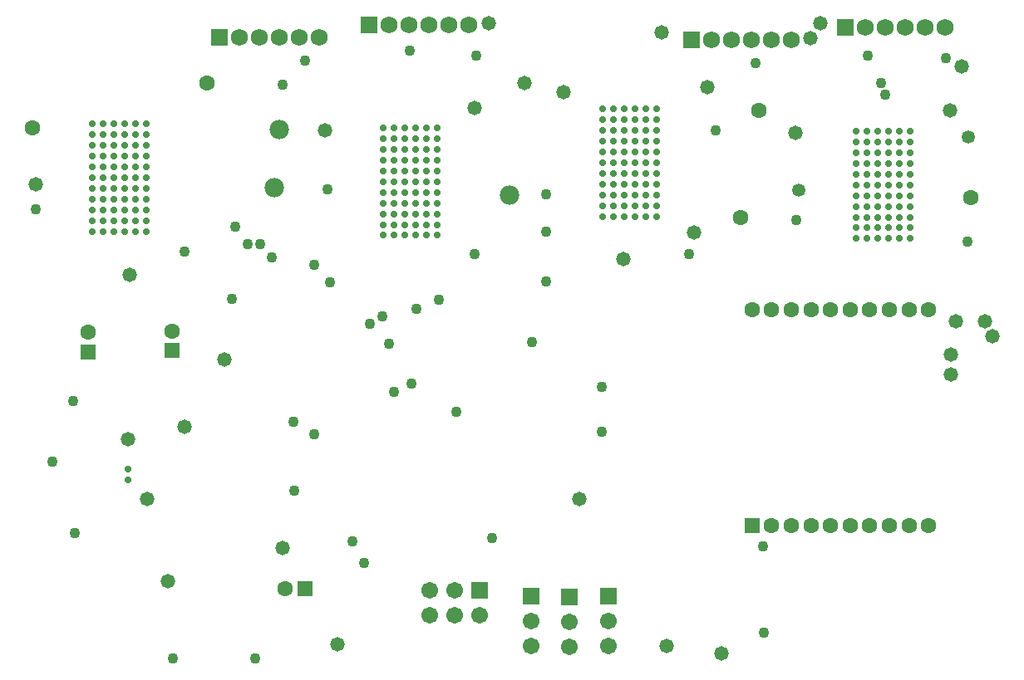
<source format=gbs>
%FSLAX25Y25*%
%MOIN*%
G70*
G01*
G75*
G04 Layer_Color=16711935*
%ADD10R,0.07480X0.05315*%
%ADD11R,0.03937X0.03543*%
%ADD12R,0.03543X0.03937*%
%ADD13R,0.04331X0.04331*%
%ADD14O,0.05315X0.00984*%
%ADD15R,0.06614X0.07402*%
%ADD16R,0.11417X0.07874*%
%ADD17R,0.28346X0.49606*%
%ADD18O,0.08071X0.02362*%
%ADD19O,0.01575X0.03347*%
%ADD20R,0.04331X0.04331*%
%ADD21R,0.04528X0.07087*%
%ADD22R,0.08858X0.18110*%
%ADD23R,0.18110X0.08858*%
%ADD24R,0.09291X0.24882*%
%ADD25R,0.03740X0.06693*%
%ADD26R,0.15000X0.11000*%
%ADD27O,0.07677X0.03543*%
%ADD28R,0.05500X0.06300*%
%ADD29O,0.06102X0.00984*%
%ADD30O,0.00984X0.06102*%
%ADD31R,0.05315X0.07480*%
%ADD32R,0.03937X0.02362*%
%ADD33R,0.03543X0.02756*%
%ADD34R,0.07087X0.04528*%
%ADD35C,0.01200*%
%ADD36C,0.01000*%
%ADD37C,0.00700*%
%ADD38C,0.04000*%
%ADD39C,0.03000*%
%ADD40C,0.02000*%
%ADD41C,0.08000*%
%ADD42C,0.05000*%
%ADD43C,0.02500*%
%ADD44C,0.01500*%
%ADD45C,0.07500*%
%ADD46C,0.05512*%
%ADD47R,0.05512X0.05512*%
%ADD48C,0.05906*%
%ADD49R,0.05906X0.05906*%
%ADD50R,0.06000X0.06000*%
%ADD51C,0.06000*%
%ADD52R,0.05906X0.05906*%
%ADD53R,0.05512X0.05512*%
%ADD54C,0.03500*%
%ADD55C,0.05000*%
%ADD56C,0.01969*%
%ADD57C,0.07000*%
%ADD58C,0.05500*%
%ADD59C,0.04500*%
%ADD60C,0.00984*%
%ADD61C,0.00394*%
%ADD62C,0.02362*%
%ADD63C,0.00787*%
%ADD64C,0.00500*%
%ADD65C,0.00800*%
%ADD66R,0.08280X0.06115*%
%ADD67R,0.04737X0.04343*%
%ADD68R,0.04343X0.04737*%
%ADD69R,0.05131X0.05131*%
%ADD70O,0.05961X0.01630*%
%ADD71R,0.07260X0.08047*%
%ADD72R,0.12217X0.08674*%
%ADD73R,0.29146X0.50406*%
%ADD74O,0.08871X0.03162*%
%ADD75O,0.02375X0.04147*%
%ADD76R,0.05131X0.05131*%
%ADD77R,0.05328X0.07887*%
%ADD78R,0.09658X0.18910*%
%ADD79R,0.18910X0.09658*%
%ADD80R,0.10091X0.25682*%
%ADD81R,0.04540X0.07493*%
%ADD82R,0.15800X0.11800*%
%ADD83O,0.08477X0.04343*%
%ADD84R,0.06300X0.07100*%
%ADD85O,0.06902X0.01784*%
%ADD86O,0.01784X0.06902*%
%ADD87R,0.06115X0.08280*%
%ADD88R,0.04737X0.03162*%
%ADD89R,0.04343X0.03556*%
%ADD90R,0.07887X0.05328*%
%ADD91C,0.06312*%
%ADD92R,0.06312X0.06312*%
%ADD93C,0.06706*%
%ADD94R,0.06706X0.06706*%
%ADD95R,0.06800X0.06800*%
%ADD96C,0.06800*%
%ADD97R,0.06706X0.06706*%
%ADD98R,0.06312X0.06312*%
%ADD99C,0.05800*%
%ADD100C,0.02769*%
%ADD101C,0.07800*%
%ADD102C,0.04300*%
%ADD103C,0.06300*%
%ADD104C,0.05300*%
D91*
X519000Y248000D02*
D03*
X511126D02*
D03*
X503252D02*
D03*
X495378D02*
D03*
X487504D02*
D03*
X479630D02*
D03*
X471756D02*
D03*
X463882D02*
D03*
X456008D02*
D03*
X448134Y334614D02*
D03*
X456008D02*
D03*
X463882D02*
D03*
X471756D02*
D03*
X479630D02*
D03*
X487504D02*
D03*
X495378D02*
D03*
X503252D02*
D03*
X511126D02*
D03*
X519000D02*
D03*
X261063Y222500D02*
D03*
X215500Y325937D02*
D03*
X182000Y325437D02*
D03*
D92*
X448134Y248000D02*
D03*
X268937Y222500D02*
D03*
D93*
X319000Y212000D02*
D03*
Y222000D02*
D03*
X329000Y212000D02*
D03*
Y222000D02*
D03*
X339000Y212000D02*
D03*
X390500Y199500D02*
D03*
Y209500D02*
D03*
X375000Y199244D02*
D03*
Y209244D02*
D03*
X359500Y199500D02*
D03*
Y209500D02*
D03*
D94*
X339000Y222000D02*
D03*
D95*
X485500Y448000D02*
D03*
X424000Y443000D02*
D03*
X294500Y449000D02*
D03*
X234500Y444000D02*
D03*
D96*
X493500Y448000D02*
D03*
X501500D02*
D03*
X509500D02*
D03*
X517500D02*
D03*
X525500D02*
D03*
X464000Y443000D02*
D03*
X456000D02*
D03*
X448000D02*
D03*
X440000D02*
D03*
X432000D02*
D03*
X334500Y449000D02*
D03*
X326500D02*
D03*
X318500D02*
D03*
X310500D02*
D03*
X302500D02*
D03*
X274500Y444000D02*
D03*
X266500D02*
D03*
X258500D02*
D03*
X250500D02*
D03*
X242500D02*
D03*
D97*
X390500Y219500D02*
D03*
X375000Y219244D02*
D03*
X359500Y219500D02*
D03*
D98*
X215500Y318063D02*
D03*
X182000Y317563D02*
D03*
D99*
X396500Y355000D02*
D03*
X260000Y239000D02*
D03*
X541500Y330000D02*
D03*
X527500Y414500D02*
D03*
X436000Y196500D02*
D03*
X532187Y432187D02*
D03*
X342521Y449521D02*
D03*
X471500Y443500D02*
D03*
X161000Y385000D02*
D03*
X198500Y348500D02*
D03*
X236500Y314500D02*
D03*
X530000Y330000D02*
D03*
X544500Y324000D02*
D03*
X379000Y258500D02*
D03*
X430386Y423886D02*
D03*
X425000Y365500D02*
D03*
X372500Y422000D02*
D03*
X414000Y199500D02*
D03*
X214000Y225500D02*
D03*
X281890Y200110D02*
D03*
X220500Y287500D02*
D03*
X205500Y258500D02*
D03*
X198000Y282500D02*
D03*
X337000Y415500D02*
D03*
X475500Y449500D02*
D03*
X528000Y308500D02*
D03*
Y316500D02*
D03*
X412000Y446000D02*
D03*
X465500Y405500D02*
D03*
X357000Y425500D02*
D03*
X277000Y406500D02*
D03*
D100*
X489839Y406323D02*
D03*
X494169D02*
D03*
X498500D02*
D03*
X502831D02*
D03*
X507161D02*
D03*
X511492D02*
D03*
X489839Y401992D02*
D03*
X494169D02*
D03*
X498500D02*
D03*
X502831D02*
D03*
X507161D02*
D03*
X511492D02*
D03*
X489839Y397661D02*
D03*
X494169D02*
D03*
X498500D02*
D03*
X502831D02*
D03*
X507161D02*
D03*
X511492D02*
D03*
X489839Y393331D02*
D03*
X494169D02*
D03*
X498500D02*
D03*
X502831D02*
D03*
X507161D02*
D03*
X511492D02*
D03*
X489839Y389000D02*
D03*
X494169D02*
D03*
X498500D02*
D03*
X502831D02*
D03*
X507161D02*
D03*
X511492D02*
D03*
X489839Y384669D02*
D03*
X494169D02*
D03*
X498500D02*
D03*
X502831D02*
D03*
X507161D02*
D03*
X511492D02*
D03*
X489839Y380339D02*
D03*
X494169D02*
D03*
X498500D02*
D03*
X502831D02*
D03*
X507161D02*
D03*
X511492D02*
D03*
X489839Y376008D02*
D03*
X494169D02*
D03*
X498500D02*
D03*
X502831D02*
D03*
X507161D02*
D03*
X511492D02*
D03*
X489839Y371677D02*
D03*
X494169D02*
D03*
X498500D02*
D03*
X502831D02*
D03*
X507161D02*
D03*
X511492D02*
D03*
X489839Y367347D02*
D03*
X494169D02*
D03*
X498500D02*
D03*
X502831D02*
D03*
X507161D02*
D03*
X511492D02*
D03*
X489839Y363016D02*
D03*
X494169D02*
D03*
X498500D02*
D03*
X502831D02*
D03*
X507161D02*
D03*
X511492D02*
D03*
X388173Y415154D02*
D03*
X392504D02*
D03*
X396835D02*
D03*
X401165D02*
D03*
X405496D02*
D03*
X409827D02*
D03*
X388173Y410823D02*
D03*
X392504D02*
D03*
X396835D02*
D03*
X401165D02*
D03*
X405496D02*
D03*
X409827D02*
D03*
X388173Y406492D02*
D03*
X392504D02*
D03*
X396835D02*
D03*
X401165D02*
D03*
X405496D02*
D03*
X409827D02*
D03*
X388173Y402161D02*
D03*
X392504D02*
D03*
X396835D02*
D03*
X401165D02*
D03*
X405496D02*
D03*
X409827D02*
D03*
X388173Y397831D02*
D03*
X392504D02*
D03*
X396835D02*
D03*
X401165D02*
D03*
X405496D02*
D03*
X409827D02*
D03*
X388173Y393500D02*
D03*
X392504D02*
D03*
X396835D02*
D03*
X401165D02*
D03*
X405496D02*
D03*
X409827D02*
D03*
X388173Y389169D02*
D03*
X392504D02*
D03*
X396835D02*
D03*
X401165D02*
D03*
X405496D02*
D03*
X409827D02*
D03*
X388173Y384839D02*
D03*
X392504D02*
D03*
X396835D02*
D03*
X401165D02*
D03*
X405496D02*
D03*
X409827D02*
D03*
X388173Y380508D02*
D03*
X392504D02*
D03*
X396835D02*
D03*
X401165D02*
D03*
X405496D02*
D03*
X409827D02*
D03*
X388173Y376177D02*
D03*
X392504D02*
D03*
X396835D02*
D03*
X401165D02*
D03*
X405496D02*
D03*
X409827D02*
D03*
X388173Y371847D02*
D03*
X392504D02*
D03*
X396835D02*
D03*
X401165D02*
D03*
X405496D02*
D03*
X409827D02*
D03*
X183673Y409154D02*
D03*
X188004D02*
D03*
X192335D02*
D03*
X196665D02*
D03*
X200996D02*
D03*
X205327D02*
D03*
X183673Y404823D02*
D03*
X188004D02*
D03*
X192335D02*
D03*
X196665D02*
D03*
X200996D02*
D03*
X205327D02*
D03*
X183673Y400492D02*
D03*
X188004D02*
D03*
X192335D02*
D03*
X196665D02*
D03*
X200996D02*
D03*
X205327D02*
D03*
X183673Y396161D02*
D03*
X188004D02*
D03*
X192335D02*
D03*
X196665D02*
D03*
X200996D02*
D03*
X205327D02*
D03*
X183673Y391831D02*
D03*
X188004D02*
D03*
X192335D02*
D03*
X196665D02*
D03*
X200996D02*
D03*
X205327D02*
D03*
X183673Y387500D02*
D03*
X188004D02*
D03*
X192335D02*
D03*
X196665D02*
D03*
X200996D02*
D03*
X205327D02*
D03*
X183673Y383169D02*
D03*
X188004D02*
D03*
X192335D02*
D03*
X196665D02*
D03*
X200996D02*
D03*
X205327D02*
D03*
X183673Y378839D02*
D03*
X188004D02*
D03*
X192335D02*
D03*
X196665D02*
D03*
X200996D02*
D03*
X205327D02*
D03*
X183673Y374508D02*
D03*
X188004D02*
D03*
X192335D02*
D03*
X196665D02*
D03*
X200996D02*
D03*
X205327D02*
D03*
X183673Y370177D02*
D03*
X188004D02*
D03*
X192335D02*
D03*
X196665D02*
D03*
X200996D02*
D03*
X205327D02*
D03*
X183673Y365846D02*
D03*
X188004D02*
D03*
X192335D02*
D03*
X196665D02*
D03*
X200996D02*
D03*
X205327D02*
D03*
X300173Y407654D02*
D03*
X304504D02*
D03*
X308835D02*
D03*
X313165D02*
D03*
X317496D02*
D03*
X321827D02*
D03*
X300173Y403323D02*
D03*
X304504D02*
D03*
X308835D02*
D03*
X313165D02*
D03*
X317496D02*
D03*
X321827D02*
D03*
X300173Y398992D02*
D03*
X304504D02*
D03*
X308835D02*
D03*
X313165D02*
D03*
X317496D02*
D03*
X321827D02*
D03*
X300173Y394661D02*
D03*
X304504D02*
D03*
X308835D02*
D03*
X313165D02*
D03*
X317496D02*
D03*
X321827D02*
D03*
X300173Y390331D02*
D03*
X304504D02*
D03*
X308835D02*
D03*
X313165D02*
D03*
X317496D02*
D03*
X321827D02*
D03*
X300173Y386000D02*
D03*
X304504D02*
D03*
X308835D02*
D03*
X313165D02*
D03*
X317496D02*
D03*
X321827D02*
D03*
X300173Y381669D02*
D03*
X304504D02*
D03*
X308835D02*
D03*
X313165D02*
D03*
X317496D02*
D03*
X321827D02*
D03*
X300173Y377339D02*
D03*
X304504D02*
D03*
X308835D02*
D03*
X313165D02*
D03*
X317496D02*
D03*
X321827D02*
D03*
X300173Y373008D02*
D03*
X304504D02*
D03*
X308835D02*
D03*
X313165D02*
D03*
X317496D02*
D03*
X321827D02*
D03*
X300173Y368677D02*
D03*
X304504D02*
D03*
X308835D02*
D03*
X313165D02*
D03*
X317496D02*
D03*
X321827D02*
D03*
X300173Y364347D02*
D03*
X304504D02*
D03*
X308835D02*
D03*
X313165D02*
D03*
X317496D02*
D03*
X321827D02*
D03*
X198000Y270665D02*
D03*
Y266335D02*
D03*
D101*
X256500Y383500D02*
D03*
X350764Y380500D02*
D03*
X258500Y407000D02*
D03*
D102*
X272500Y352500D02*
D03*
X466000Y370500D02*
D03*
X452500Y239500D02*
D03*
X272500Y284500D02*
D03*
X161000Y375000D02*
D03*
X365500Y381000D02*
D03*
X264300Y289450D02*
D03*
X264500Y262000D02*
D03*
X288000Y241500D02*
D03*
X302500Y321000D02*
D03*
X300000Y332000D02*
D03*
X388000Y303500D02*
D03*
Y285500D02*
D03*
X337500Y436500D02*
D03*
X311000Y438500D02*
D03*
X337000Y357000D02*
D03*
X260000Y425000D02*
D03*
X246000Y361000D02*
D03*
X251000D02*
D03*
X255466Y355400D02*
D03*
X278000Y383000D02*
D03*
X220500Y358000D02*
D03*
X176000Y298000D02*
D03*
X176500Y245000D02*
D03*
X167500Y273500D02*
D03*
X269000Y434500D02*
D03*
X360000Y321500D02*
D03*
X365500Y366000D02*
D03*
X423000Y357000D02*
D03*
X534500Y362000D02*
D03*
X279000Y345500D02*
D03*
X239500Y339000D02*
D03*
X216000Y194500D02*
D03*
X249000D02*
D03*
X494500Y436500D02*
D03*
X501500Y421000D02*
D03*
X499750Y425500D02*
D03*
X526000Y435500D02*
D03*
X241000Y368000D02*
D03*
X453000Y205000D02*
D03*
X295000Y329000D02*
D03*
X292500Y233000D02*
D03*
X311469Y305000D02*
D03*
X329500Y293500D02*
D03*
X313500Y335000D02*
D03*
X365500Y346000D02*
D03*
X344000Y243000D02*
D03*
X304500Y301500D02*
D03*
X433500Y406500D02*
D03*
X322500Y338500D02*
D03*
X449500Y433500D02*
D03*
D103*
X229500Y425500D02*
D03*
X536000Y379500D02*
D03*
X159500Y407500D02*
D03*
X443500Y371500D02*
D03*
X451000Y414500D02*
D03*
D104*
X535000Y404000D02*
D03*
X467000Y382500D02*
D03*
M02*

</source>
